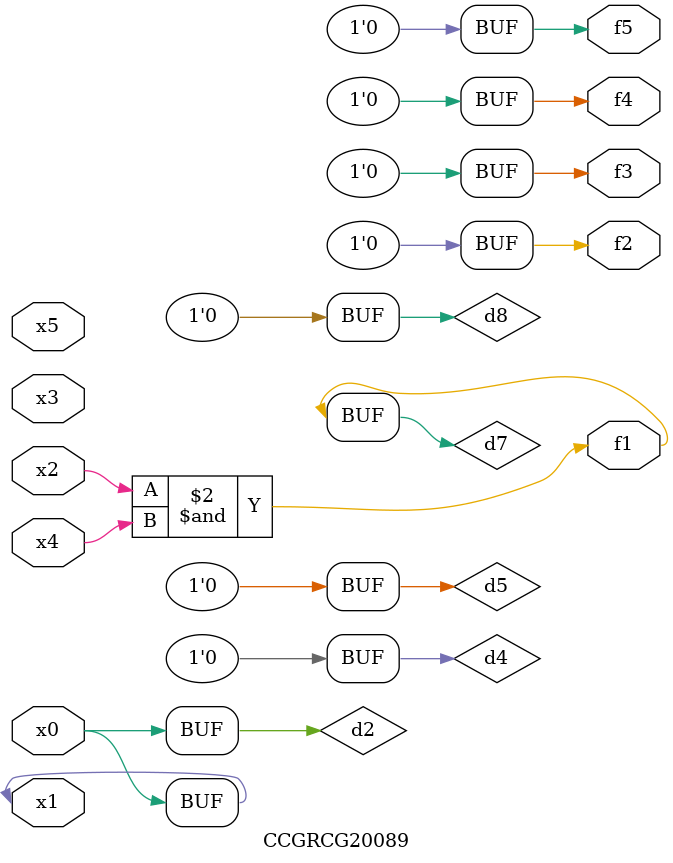
<source format=v>
module CCGRCG20089(
	input x0, x1, x2, x3, x4, x5,
	output f1, f2, f3, f4, f5
);

	wire d1, d2, d3, d4, d5, d6, d7, d8, d9;

	nand (d1, x1);
	buf (d2, x0, x1);
	nand (d3, x2, x4);
	and (d4, d1, d2);
	and (d5, d1, d2);
	nand (d6, d1, d3);
	not (d7, d3);
	xor (d8, d5);
	nor (d9, d5, d6);
	assign f1 = d7;
	assign f2 = d8;
	assign f3 = d8;
	assign f4 = d8;
	assign f5 = d8;
endmodule

</source>
